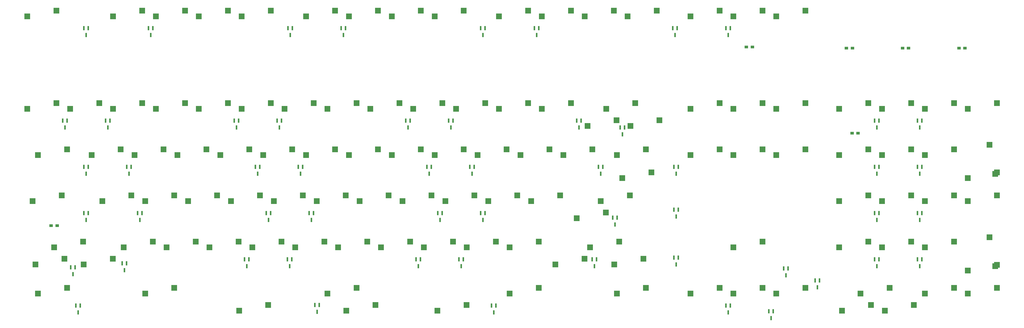
<source format=gbp>
G04 #@! TF.GenerationSoftware,KiCad,Pcbnew,(6.0.1-0)*
G04 #@! TF.CreationDate,2023-04-19T14:24:49-07:00*
G04 #@! TF.ProjectId,pcb,7063622e-6b69-4636-9164-5f7063625858,rev?*
G04 #@! TF.SameCoordinates,Original*
G04 #@! TF.FileFunction,Paste,Bot*
G04 #@! TF.FilePolarity,Positive*
%FSLAX46Y46*%
G04 Gerber Fmt 4.6, Leading zero omitted, Abs format (unit mm)*
G04 Created by KiCad (PCBNEW (6.0.1-0)) date 2023-04-19 14:24:49*
%MOMM*%
%LPD*%
G01*
G04 APERTURE LIST*
%ADD10R,2.550000X2.500000*%
%ADD11R,1.500000X1.200000*%
%ADD12R,2.500000X2.550000*%
%ADD13R,0.800000X1.900000*%
G04 APERTURE END LIST*
D10*
X323791250Y-156740150D03*
X310864250Y-159280150D03*
D11*
X441600000Y-62992000D03*
X438900000Y-62992000D03*
D10*
X197702500Y-131100143D03*
X210629500Y-128560143D03*
X363748500Y-89980097D03*
X376675500Y-87440097D03*
X145315000Y-48860055D03*
X158242000Y-46320055D03*
X188177500Y-151660165D03*
X201104500Y-149120165D03*
X424902000Y-177300181D03*
X411975000Y-179840181D03*
D11*
X63326000Y-141986000D03*
X60626000Y-141986000D03*
D10*
X304858750Y-131100130D03*
X317785750Y-128560130D03*
X178652500Y-131100143D03*
X191579500Y-128560143D03*
D11*
X372183500Y-62484000D03*
X369483500Y-62484000D03*
D10*
X467882000Y-172220187D03*
X480809000Y-169680187D03*
X429782000Y-131100139D03*
X442709000Y-128560139D03*
X111977500Y-151660165D03*
X124904500Y-149120165D03*
X78640000Y-110540121D03*
X91567000Y-108000121D03*
X102452500Y-172220187D03*
X115379500Y-169680187D03*
X410732000Y-151660160D03*
X423659000Y-149120160D03*
X226277500Y-151660165D03*
X239204500Y-149120165D03*
X448832000Y-131100139D03*
X461759000Y-128560139D03*
X61971250Y-151660150D03*
X74898250Y-149120150D03*
X97690000Y-110540121D03*
X110617000Y-108000121D03*
X183415000Y-89980099D03*
X196342000Y-87440099D03*
X121502500Y-131100143D03*
X134429500Y-128560143D03*
X382798500Y-172220188D03*
X395725500Y-169680188D03*
X467882000Y-120820132D03*
X480809000Y-118280132D03*
X192940000Y-110540121D03*
X205867000Y-108000121D03*
X382798500Y-89980097D03*
X395725500Y-87440097D03*
D11*
X466660000Y-62992000D03*
X463960000Y-62992000D03*
D10*
X54827500Y-110540121D03*
X67754500Y-108000121D03*
X207227500Y-151660165D03*
X220154500Y-149120165D03*
X216752500Y-131100143D03*
X229679500Y-128560143D03*
X330935000Y-95060099D03*
X318008000Y-97600099D03*
X363748500Y-110540118D03*
X376675500Y-108000118D03*
X202465000Y-89980099D03*
X215392000Y-87440099D03*
X135790000Y-110540121D03*
X148717000Y-108000121D03*
X183415000Y-172220170D03*
X196342000Y-169680170D03*
X344698500Y-48860055D03*
X357625500Y-46320055D03*
X288190000Y-110540121D03*
X301117000Y-108000121D03*
X312002500Y-172220187D03*
X324929500Y-169680187D03*
X126265000Y-48860055D03*
X139192000Y-46320055D03*
X259615000Y-89980099D03*
X272542000Y-87440099D03*
X363748500Y-151660167D03*
X376675500Y-149120167D03*
X264377500Y-172220187D03*
X277304500Y-169680187D03*
X307122500Y-136180143D03*
X294195500Y-138720143D03*
X159602500Y-131100143D03*
X172529500Y-128560143D03*
X410732000Y-110540118D03*
X423659000Y-108000118D03*
X116740000Y-110540121D03*
X129667000Y-108000121D03*
X448832000Y-89980097D03*
X461759000Y-87440097D03*
X297715000Y-48860055D03*
X310642000Y-46320055D03*
X278665000Y-48860055D03*
X291592000Y-46320055D03*
D12*
X477507000Y-147115160D03*
X480047000Y-160042160D03*
D10*
X157103750Y-177300170D03*
X144176750Y-179840170D03*
X192940000Y-48860055D03*
X205867000Y-46320055D03*
X126265000Y-89980099D03*
X139192000Y-87440099D03*
X448832000Y-110540118D03*
X461759000Y-108000118D03*
X221515000Y-89980099D03*
X234442000Y-87440099D03*
X410732000Y-131100139D03*
X423659000Y-128560139D03*
X254852500Y-131100143D03*
X267779500Y-128560143D03*
X300096250Y-151660150D03*
X313023250Y-149120150D03*
X467882000Y-161940176D03*
X480809000Y-159400176D03*
X88047500Y-156740165D03*
X75120500Y-159280165D03*
X344698500Y-89980097D03*
X357625500Y-87440097D03*
X211990000Y-48860055D03*
X224917000Y-46320055D03*
X204728750Y-177300170D03*
X191801750Y-179840170D03*
X443952000Y-177300181D03*
X431025000Y-179840181D03*
D11*
X419167000Y-100838000D03*
X416467000Y-100838000D03*
D10*
X297597500Y-156740150D03*
X284670500Y-159280150D03*
X88165000Y-48860055D03*
X101092000Y-46320055D03*
X150077500Y-151660165D03*
X163004500Y-149120165D03*
D11*
X416690000Y-62992000D03*
X413990000Y-62992000D03*
D10*
X467882000Y-131100139D03*
X480809000Y-128560139D03*
X231040000Y-110540121D03*
X243967000Y-108000121D03*
X66616250Y-156740165D03*
X53689250Y-159280165D03*
X107215000Y-48860055D03*
X120142000Y-46320055D03*
X145315000Y-89980099D03*
X158242000Y-87440099D03*
X382798500Y-48860055D03*
X395725500Y-46320055D03*
X245210000Y-177300170D03*
X232283000Y-179840170D03*
X107215000Y-89980099D03*
X120142000Y-87440099D03*
X231040000Y-48860055D03*
X243967000Y-46320055D03*
X429782000Y-89980097D03*
X442709000Y-87440097D03*
X278665000Y-89980099D03*
X291592000Y-87440099D03*
X382798500Y-110540118D03*
X395725500Y-108000118D03*
X102452500Y-131100143D03*
X115379500Y-128560143D03*
X269140000Y-110540121D03*
X282067000Y-108000121D03*
X429782000Y-110540118D03*
X442709000Y-108000118D03*
X448832000Y-151660160D03*
X461759000Y-149120160D03*
X50065000Y-89980097D03*
X62992000Y-87440097D03*
X344698500Y-110540118D03*
X357625500Y-108000118D03*
X420257000Y-172220181D03*
X433184000Y-169680181D03*
X429782000Y-151660160D03*
X442709000Y-149120160D03*
X92927500Y-151660165D03*
X105854500Y-149120165D03*
X140552500Y-131100143D03*
X153479500Y-128560143D03*
X344698500Y-172220188D03*
X357625500Y-169680188D03*
D12*
X477507000Y-105995110D03*
X480047000Y-118922110D03*
D10*
X363748500Y-172220188D03*
X376675500Y-169680188D03*
X173890000Y-110540121D03*
X186817000Y-108000121D03*
X311885000Y-95060090D03*
X298958000Y-97600090D03*
X245327500Y-151660165D03*
X258254500Y-149120165D03*
X467882000Y-89980097D03*
X480809000Y-87440097D03*
X131027500Y-151660165D03*
X143954500Y-149120165D03*
X448832000Y-172220187D03*
X461759000Y-169680187D03*
X312002500Y-110540121D03*
X324929500Y-108000121D03*
X169127500Y-151660165D03*
X182054500Y-149120165D03*
X259615000Y-48860055D03*
X272542000Y-46320055D03*
X314383750Y-120820120D03*
X327310750Y-118280120D03*
X264377500Y-151660165D03*
X277304500Y-149120165D03*
X363748500Y-48860055D03*
X376675500Y-46320055D03*
X164365000Y-89980099D03*
X177292000Y-87440099D03*
X88165000Y-89980099D03*
X101092000Y-87440099D03*
X52446250Y-131100130D03*
X65373250Y-128560130D03*
X69115000Y-89980099D03*
X82042000Y-87440099D03*
X316765000Y-48860055D03*
X329692000Y-46320055D03*
X83402500Y-131100143D03*
X96329500Y-128560143D03*
X211990000Y-110540121D03*
X224917000Y-108000121D03*
X154840000Y-110540121D03*
X167767000Y-108000121D03*
X240565000Y-89980099D03*
X253492000Y-87440099D03*
X410732000Y-89980097D03*
X423659000Y-87440097D03*
X273902500Y-131100143D03*
X286829500Y-128560143D03*
X307240000Y-89980090D03*
X320167000Y-87440090D03*
X50065000Y-48860055D03*
X62992000Y-46320055D03*
X235802500Y-131100143D03*
X248729500Y-128560143D03*
X250090000Y-110540121D03*
X263017000Y-108000121D03*
X54827500Y-172220187D03*
X67754500Y-169680187D03*
X173890000Y-48860055D03*
X186817000Y-46320055D03*
D13*
X151450000Y-115848000D03*
X153350000Y-115848000D03*
X152400000Y-118848000D03*
X218252000Y-95274000D03*
X220152000Y-95274000D03*
X219202000Y-98274000D03*
X222824000Y-156996000D03*
X224724000Y-156996000D03*
X223774000Y-159996000D03*
X251526000Y-136422000D03*
X253426000Y-136422000D03*
X252476000Y-139422000D03*
X142052000Y-95274000D03*
X143952000Y-95274000D03*
X143002000Y-98274000D03*
X84902000Y-95274000D03*
X86802000Y-95274000D03*
X85852000Y-98274000D03*
X94300000Y-115848000D03*
X96200000Y-115848000D03*
X95250000Y-118848000D03*
X232476000Y-136422000D03*
X234376000Y-136422000D03*
X233426000Y-139422000D03*
X65852000Y-95274000D03*
X67752000Y-95274000D03*
X66802000Y-98274000D03*
X146624000Y-156996000D03*
X148524000Y-156996000D03*
X147574000Y-159996000D03*
X445582000Y-115848000D03*
X447482000Y-115848000D03*
X446532000Y-118848000D03*
X189550000Y-54126000D03*
X191450000Y-54126000D03*
X190500000Y-57126000D03*
X246700000Y-115848000D03*
X248600000Y-115848000D03*
X247650000Y-118848000D03*
X379542000Y-180110000D03*
X381442000Y-180110000D03*
X380492000Y-183110000D03*
X170500000Y-115848000D03*
X172400000Y-115848000D03*
X171450000Y-118848000D03*
X251526000Y-54126000D03*
X253426000Y-54126000D03*
X252476000Y-57126000D03*
X360492000Y-54126000D03*
X362392000Y-54126000D03*
X361442000Y-57126000D03*
X294198000Y-95274000D03*
X296098000Y-95274000D03*
X295148000Y-98274000D03*
X301056000Y-156996000D03*
X302956000Y-156996000D03*
X302006000Y-159996000D03*
X386146000Y-161060000D03*
X388046000Y-161060000D03*
X387096000Y-164060000D03*
X103952000Y-54126000D03*
X105852000Y-54126000D03*
X104902000Y-57126000D03*
X92268000Y-158774000D03*
X94168000Y-158774000D03*
X93218000Y-161774000D03*
X161102000Y-95274000D03*
X163002000Y-95274000D03*
X162052000Y-98274000D03*
X275402000Y-54126000D03*
X277302000Y-54126000D03*
X276352000Y-57126000D03*
X400116000Y-166394000D03*
X402016000Y-166394000D03*
X401066000Y-169394000D03*
X71694000Y-177570000D03*
X73594000Y-177570000D03*
X72644000Y-180570000D03*
X445582000Y-156996000D03*
X447482000Y-156996000D03*
X446532000Y-159996000D03*
X75250000Y-115848000D03*
X77150000Y-115848000D03*
X76200000Y-118848000D03*
X165928000Y-54126000D03*
X167828000Y-54126000D03*
X166878000Y-57126000D03*
X165674000Y-156996000D03*
X167574000Y-156996000D03*
X166624000Y-159996000D03*
X303850000Y-115848000D03*
X305750000Y-115848000D03*
X304800000Y-118848000D03*
X177866000Y-177316000D03*
X179766000Y-177316000D03*
X178816000Y-180316000D03*
X256352000Y-177570000D03*
X258252000Y-177570000D03*
X257302000Y-180570000D03*
X313502000Y-98322000D03*
X315402000Y-98322000D03*
X314452000Y-101322000D03*
X445582000Y-136422000D03*
X447482000Y-136422000D03*
X446532000Y-139422000D03*
X156276000Y-136422000D03*
X158176000Y-136422000D03*
X157226000Y-139422000D03*
X75250000Y-136422000D03*
X77150000Y-136422000D03*
X76200000Y-139422000D03*
X426532000Y-115848000D03*
X428432000Y-115848000D03*
X427482000Y-118848000D03*
X336870000Y-54126000D03*
X338770000Y-54126000D03*
X337820000Y-57126000D03*
X337378000Y-134898000D03*
X339278000Y-134898000D03*
X338328000Y-137898000D03*
X241874000Y-156996000D03*
X243774000Y-156996000D03*
X242824000Y-159996000D03*
X227650000Y-115848000D03*
X229550000Y-115848000D03*
X228600000Y-118848000D03*
X337378000Y-115848000D03*
X339278000Y-115848000D03*
X338328000Y-118848000D03*
X445582000Y-95274000D03*
X447482000Y-95274000D03*
X446532000Y-98274000D03*
X360492000Y-177570000D03*
X362392000Y-177570000D03*
X361442000Y-180570000D03*
X426532000Y-156996000D03*
X428432000Y-156996000D03*
X427482000Y-159996000D03*
X99126000Y-136422000D03*
X101026000Y-136422000D03*
X100076000Y-139422000D03*
X310200000Y-138454000D03*
X312100000Y-138454000D03*
X311150000Y-141454000D03*
X337378000Y-156234000D03*
X339278000Y-156234000D03*
X338328000Y-159234000D03*
X237302000Y-95274000D03*
X239202000Y-95274000D03*
X238252000Y-98274000D03*
X426532000Y-95274000D03*
X428432000Y-95274000D03*
X427482000Y-98274000D03*
X426532000Y-136422000D03*
X428432000Y-136422000D03*
X427482000Y-139422000D03*
X69408000Y-160552000D03*
X71308000Y-160552000D03*
X70358000Y-163552000D03*
X175326000Y-136422000D03*
X177226000Y-136422000D03*
X176276000Y-139422000D03*
X75250000Y-54126000D03*
X77150000Y-54126000D03*
X76200000Y-57126000D03*
M02*

</source>
